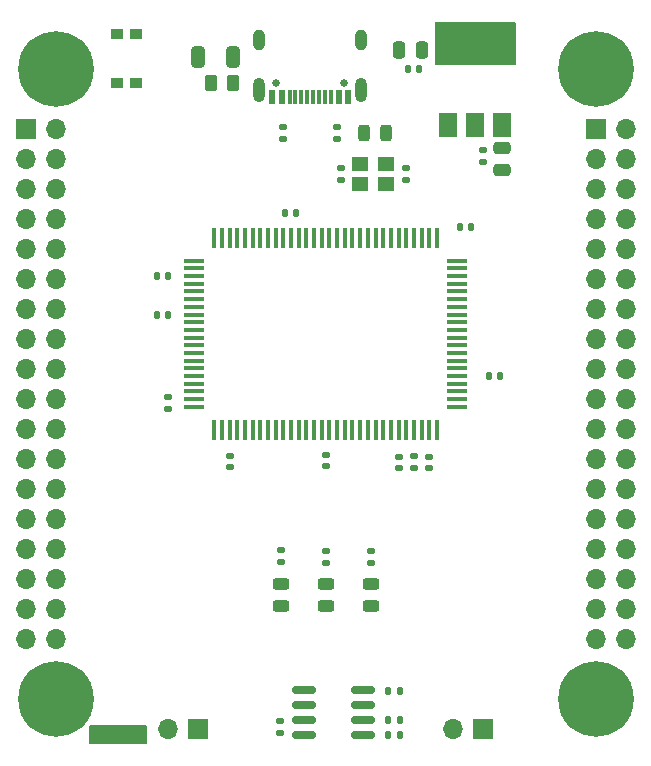
<source format=gbr>
%TF.GenerationSoftware,KiCad,Pcbnew,6.0.11-2627ca5db0~126~ubuntu20.04.1*%
%TF.CreationDate,2023-02-28T18:41:23+07:00*%
%TF.ProjectId,CY7C68013A-100,43593743-3638-4303-9133-412d3130302e,rev?*%
%TF.SameCoordinates,Original*%
%TF.FileFunction,Soldermask,Top*%
%TF.FilePolarity,Negative*%
%FSLAX46Y46*%
G04 Gerber Fmt 4.6, Leading zero omitted, Abs format (unit mm)*
G04 Created by KiCad (PCBNEW 6.0.11-2627ca5db0~126~ubuntu20.04.1) date 2023-02-28 18:41:23*
%MOMM*%
%LPD*%
G01*
G04 APERTURE LIST*
G04 Aperture macros list*
%AMRoundRect*
0 Rectangle with rounded corners*
0 $1 Rounding radius*
0 $2 $3 $4 $5 $6 $7 $8 $9 X,Y pos of 4 corners*
0 Add a 4 corners polygon primitive as box body*
4,1,4,$2,$3,$4,$5,$6,$7,$8,$9,$2,$3,0*
0 Add four circle primitives for the rounded corners*
1,1,$1+$1,$2,$3*
1,1,$1+$1,$4,$5*
1,1,$1+$1,$6,$7*
1,1,$1+$1,$8,$9*
0 Add four rect primitives between the rounded corners*
20,1,$1+$1,$2,$3,$4,$5,0*
20,1,$1+$1,$4,$5,$6,$7,0*
20,1,$1+$1,$6,$7,$8,$9,0*
20,1,$1+$1,$8,$9,$2,$3,0*%
G04 Aperture macros list end*
%ADD10RoundRect,0.243750X0.456250X-0.243750X0.456250X0.243750X-0.456250X0.243750X-0.456250X-0.243750X0*%
%ADD11R,1.700000X1.700000*%
%ADD12O,1.700000X1.700000*%
%ADD13RoundRect,0.135000X-0.185000X0.135000X-0.185000X-0.135000X0.185000X-0.135000X0.185000X0.135000X0*%
%ADD14C,0.800000*%
%ADD15C,6.400000*%
%ADD16RoundRect,0.135000X0.185000X-0.135000X0.185000X0.135000X-0.185000X0.135000X-0.185000X-0.135000X0*%
%ADD17R,1.500000X2.000000*%
%ADD18R,3.800000X2.000000*%
%ADD19RoundRect,0.140000X0.140000X0.170000X-0.140000X0.170000X-0.140000X-0.170000X0.140000X-0.170000X0*%
%ADD20R,1.000000X0.900000*%
%ADD21C,0.650000*%
%ADD22R,0.600000X1.240000*%
%ADD23R,0.300000X1.240000*%
%ADD24O,1.000000X2.100000*%
%ADD25O,1.000000X1.800000*%
%ADD26RoundRect,0.250000X-0.475000X0.250000X-0.475000X-0.250000X0.475000X-0.250000X0.475000X0.250000X0*%
%ADD27RoundRect,0.140000X-0.170000X0.140000X-0.170000X-0.140000X0.170000X-0.140000X0.170000X0.140000X0*%
%ADD28RoundRect,0.250000X0.325000X0.650000X-0.325000X0.650000X-0.325000X-0.650000X0.325000X-0.650000X0*%
%ADD29RoundRect,0.140000X-0.140000X-0.170000X0.140000X-0.170000X0.140000X0.170000X-0.140000X0.170000X0*%
%ADD30RoundRect,0.135000X0.135000X0.185000X-0.135000X0.185000X-0.135000X-0.185000X0.135000X-0.185000X0*%
%ADD31RoundRect,0.243750X0.243750X0.456250X-0.243750X0.456250X-0.243750X-0.456250X0.243750X-0.456250X0*%
%ADD32RoundRect,0.250000X0.250000X0.475000X-0.250000X0.475000X-0.250000X-0.475000X0.250000X-0.475000X0*%
%ADD33R,1.400000X1.200000*%
%ADD34RoundRect,0.150000X-0.825000X-0.150000X0.825000X-0.150000X0.825000X0.150000X-0.825000X0.150000X0*%
%ADD35RoundRect,0.250000X0.262500X0.450000X-0.262500X0.450000X-0.262500X-0.450000X0.262500X-0.450000X0*%
%ADD36RoundRect,0.100000X-0.100000X0.775000X-0.100000X-0.775000X0.100000X-0.775000X0.100000X0.775000X0*%
%ADD37RoundRect,0.100000X-0.775000X0.100000X-0.775000X-0.100000X0.775000X-0.100000X0.775000X0.100000X0*%
G04 APERTURE END LIST*
D10*
%TO.C,D3*%
X140106400Y-120596900D03*
X140106400Y-118721900D03*
%TD*%
D11*
%TO.C,J3*%
X149563932Y-131013200D03*
D12*
X147023932Y-131013200D03*
%TD*%
D13*
%TO.C,R1*%
X143720600Y-107920000D03*
X143720600Y-108940000D03*
%TD*%
D14*
%TO.C,H1*%
X110980600Y-128468200D03*
X115780600Y-128468200D03*
X115077656Y-130165256D03*
D15*
X113380600Y-128468200D03*
D14*
X111683544Y-130165256D03*
X113380600Y-130868200D03*
X113380600Y-126068200D03*
X115077656Y-126771144D03*
X111683544Y-126771144D03*
%TD*%
D16*
%TO.C,R9*%
X140106400Y-116918200D03*
X140106400Y-115898200D03*
%TD*%
%TO.C,R10*%
X132675000Y-81060000D03*
X132675000Y-80040000D03*
%TD*%
D10*
%TO.C,D1*%
X132435600Y-120596900D03*
X132435600Y-118721900D03*
%TD*%
D17*
%TO.C,U3*%
X146594800Y-79832600D03*
D18*
X148894800Y-73532600D03*
D17*
X148894800Y-79832600D03*
X151194800Y-79832600D03*
%TD*%
D19*
%TO.C,C17*%
X144170400Y-75158600D03*
X143210400Y-75158600D03*
%TD*%
D20*
%TO.C,SW1*%
X120154600Y-72194200D03*
X120154600Y-76294200D03*
X118554600Y-72194200D03*
X118554600Y-76294200D03*
%TD*%
D21*
%TO.C,J5*%
X132055600Y-76345000D03*
X137835600Y-76345000D03*
D22*
X138145600Y-77465000D03*
X137345600Y-77465000D03*
D23*
X136195600Y-77465000D03*
X135195600Y-77465000D03*
X134695600Y-77465000D03*
X133695600Y-77465000D03*
D22*
X132545600Y-77465000D03*
X131745600Y-77465000D03*
X131745600Y-77465000D03*
X132545600Y-77465000D03*
D23*
X133195600Y-77465000D03*
X134195600Y-77465000D03*
X135695600Y-77465000D03*
X136695600Y-77465000D03*
D22*
X137345600Y-77465000D03*
X138145600Y-77465000D03*
D24*
X130625600Y-76865000D03*
D25*
X130625600Y-72665000D03*
X139265600Y-72665000D03*
D24*
X139265600Y-76865000D03*
%TD*%
D16*
%TO.C,R7*%
X137200000Y-81035000D03*
X137200000Y-80015000D03*
%TD*%
D26*
%TO.C,C15*%
X151180800Y-81803200D03*
X151180800Y-83703200D03*
%TD*%
D27*
%TO.C,C6*%
X136245600Y-107797400D03*
X136245600Y-108757400D03*
%TD*%
D13*
%TO.C,R6*%
X132435600Y-115872800D03*
X132435600Y-116892800D03*
%TD*%
D19*
%TO.C,C11*%
X122936000Y-92656400D03*
X121976000Y-92656400D03*
%TD*%
D28*
%TO.C,C5*%
X128375000Y-74100000D03*
X125425000Y-74100000D03*
%TD*%
D29*
%TO.C,C12*%
X147602000Y-88516200D03*
X148562000Y-88516200D03*
%TD*%
D11*
%TO.C,J4*%
X125477266Y-131013200D03*
D12*
X122937266Y-131013200D03*
%TD*%
D27*
%TO.C,C10*%
X122936000Y-102920600D03*
X122936000Y-103880600D03*
%TD*%
%TO.C,C14*%
X128117600Y-107845600D03*
X128117600Y-108805600D03*
%TD*%
D30*
%TO.C,R2*%
X142559600Y-131545800D03*
X141539600Y-131545800D03*
%TD*%
D29*
%TO.C,C7*%
X150091200Y-101114600D03*
X151051200Y-101114600D03*
%TD*%
D27*
%TO.C,C13*%
X145020600Y-107950000D03*
X145020600Y-108910000D03*
%TD*%
D14*
%TO.C,H4*%
X157403544Y-126771144D03*
X161500600Y-128468200D03*
X159100600Y-126068200D03*
X157403544Y-130165256D03*
X156700600Y-128468200D03*
X160797656Y-126771144D03*
X159100600Y-130868200D03*
X160797656Y-130165256D03*
D15*
X159100600Y-128468200D03*
%TD*%
D27*
%TO.C,C2*%
X142420600Y-107952800D03*
X142420600Y-108912800D03*
%TD*%
D31*
%TO.C,F1*%
X141350000Y-80575000D03*
X139475000Y-80575000D03*
%TD*%
D32*
%TO.C,C18*%
X144383800Y-73533000D03*
X142483800Y-73533000D03*
%TD*%
D19*
%TO.C,C8*%
X122933400Y-95958400D03*
X121973400Y-95958400D03*
%TD*%
D27*
%TO.C,C16*%
X149529800Y-82016600D03*
X149529800Y-82976600D03*
%TD*%
D13*
%TO.C,R5*%
X132373600Y-130295800D03*
X132373600Y-131315800D03*
%TD*%
D33*
%TO.C,Y1*%
X141370600Y-83147800D03*
X139170600Y-83147800D03*
X139170600Y-84847800D03*
X141370600Y-84847800D03*
%TD*%
D19*
%TO.C,C9*%
X133779200Y-87347800D03*
X132819200Y-87347800D03*
%TD*%
D27*
%TO.C,C3*%
X137541000Y-83517800D03*
X137541000Y-84477800D03*
%TD*%
D14*
%TO.C,H2*%
X115077656Y-76825256D03*
X113380600Y-72728200D03*
X115077656Y-73431144D03*
D15*
X113380600Y-75128200D03*
D14*
X115780600Y-75128200D03*
X113380600Y-77528200D03*
X111683544Y-76825256D03*
X111683544Y-73431144D03*
X110980600Y-75128200D03*
%TD*%
D29*
%TO.C,C1*%
X141569600Y-127745800D03*
X142529600Y-127745800D03*
%TD*%
D30*
%TO.C,R3*%
X142559600Y-130270800D03*
X141539600Y-130270800D03*
%TD*%
D14*
%TO.C,H3*%
X157403544Y-76825256D03*
D15*
X159100600Y-75128200D03*
D14*
X160797656Y-76825256D03*
X159100600Y-77528200D03*
X156700600Y-75128200D03*
X161500600Y-75128200D03*
X157403544Y-73431144D03*
X160797656Y-73431144D03*
X159100600Y-72728200D03*
%TD*%
D11*
%TO.C,J1*%
X159100600Y-80208200D03*
D12*
X161640600Y-80208200D03*
X159100600Y-82748200D03*
X161640600Y-82748200D03*
X159100600Y-85288200D03*
X161640600Y-85288200D03*
X159100600Y-87828200D03*
X161640600Y-87828200D03*
X159100600Y-90368200D03*
X161640600Y-90368200D03*
X159100600Y-92908200D03*
X161640600Y-92908200D03*
X159100600Y-95448200D03*
X161640600Y-95448200D03*
X159100600Y-97988200D03*
X161640600Y-97988200D03*
X159100600Y-100528200D03*
X161640600Y-100528200D03*
X159100600Y-103068200D03*
X161640600Y-103068200D03*
X159100600Y-105608200D03*
X161640600Y-105608200D03*
X159100600Y-108148200D03*
X161640600Y-108148200D03*
X159100600Y-110688200D03*
X161640600Y-110688200D03*
X159100600Y-113228200D03*
X161640600Y-113228200D03*
X159100600Y-115768200D03*
X161640600Y-115768200D03*
X159100600Y-118308200D03*
X161640600Y-118308200D03*
X159100600Y-120848200D03*
X161640600Y-120848200D03*
X159100600Y-123388200D03*
X161640600Y-123388200D03*
%TD*%
D34*
%TO.C,U1*%
X134445200Y-127736600D03*
X134445200Y-129006600D03*
X134445200Y-130276600D03*
X134445200Y-131546600D03*
X139395200Y-131546600D03*
X139395200Y-130276600D03*
X139395200Y-129006600D03*
X139395200Y-127736600D03*
%TD*%
D10*
%TO.C,D2*%
X136271000Y-120596900D03*
X136271000Y-118721900D03*
%TD*%
D16*
%TO.C,R8*%
X136271000Y-116918200D03*
X136271000Y-115898200D03*
%TD*%
D35*
%TO.C,R4*%
X128373100Y-76335200D03*
X126548100Y-76335200D03*
%TD*%
D36*
%TO.C,U2*%
X145670600Y-89408200D03*
X145020600Y-89408200D03*
X144370600Y-89408200D03*
X143720600Y-89408200D03*
X143070600Y-89408200D03*
X142420600Y-89408200D03*
X141770600Y-89408200D03*
X141120600Y-89408200D03*
X140470600Y-89408200D03*
X139820600Y-89408200D03*
X139170600Y-89408200D03*
X138520600Y-89408200D03*
X137870600Y-89408200D03*
X137220600Y-89408200D03*
X136570600Y-89408200D03*
X135920600Y-89408200D03*
X135270600Y-89408200D03*
X134620600Y-89408200D03*
X133970600Y-89408200D03*
X133320600Y-89408200D03*
X132670600Y-89408200D03*
X132020600Y-89408200D03*
X131370600Y-89408200D03*
X130720600Y-89408200D03*
X130070600Y-89408200D03*
X129420600Y-89408200D03*
X128770600Y-89408200D03*
X128120600Y-89408200D03*
X127470600Y-89408200D03*
X126820600Y-89408200D03*
D37*
X125120600Y-91358200D03*
X125120600Y-92008200D03*
X125120600Y-92658200D03*
X125120600Y-93308200D03*
X125120600Y-93958200D03*
X125120600Y-94608200D03*
X125120600Y-95258200D03*
X125120600Y-95908200D03*
X125120600Y-96558200D03*
X125120600Y-97208200D03*
X125120600Y-97858200D03*
X125120600Y-98508200D03*
X125120600Y-99158200D03*
X125120600Y-99808200D03*
X125120600Y-100458200D03*
X125120600Y-101108200D03*
X125120600Y-101758200D03*
X125120600Y-102408200D03*
X125120600Y-103058200D03*
X125120600Y-103708200D03*
D36*
X126820600Y-105658200D03*
X127470600Y-105658200D03*
X128120600Y-105658200D03*
X128770600Y-105658200D03*
X129420600Y-105658200D03*
X130070600Y-105658200D03*
X130720600Y-105658200D03*
X131370600Y-105658200D03*
X132020600Y-105658200D03*
X132670600Y-105658200D03*
X133320600Y-105658200D03*
X133970600Y-105658200D03*
X134620600Y-105658200D03*
X135270600Y-105658200D03*
X135920600Y-105658200D03*
X136570600Y-105658200D03*
X137220600Y-105658200D03*
X137870600Y-105658200D03*
X138520600Y-105658200D03*
X139170600Y-105658200D03*
X139820600Y-105658200D03*
X140470600Y-105658200D03*
X141120600Y-105658200D03*
X141770600Y-105658200D03*
X142420600Y-105658200D03*
X143070600Y-105658200D03*
X143720600Y-105658200D03*
X144370600Y-105658200D03*
X145020600Y-105658200D03*
X145670600Y-105658200D03*
D37*
X147370600Y-103708200D03*
X147370600Y-103058200D03*
X147370600Y-102408200D03*
X147370600Y-101758200D03*
X147370600Y-101108200D03*
X147370600Y-100458200D03*
X147370600Y-99808200D03*
X147370600Y-99158200D03*
X147370600Y-98508200D03*
X147370600Y-97858200D03*
X147370600Y-97208200D03*
X147370600Y-96558200D03*
X147370600Y-95908200D03*
X147370600Y-95258200D03*
X147370600Y-94608200D03*
X147370600Y-93958200D03*
X147370600Y-93308200D03*
X147370600Y-92658200D03*
X147370600Y-92008200D03*
X147370600Y-91358200D03*
%TD*%
D11*
%TO.C,J2*%
X110840600Y-80208200D03*
D12*
X113380600Y-80208200D03*
X110840600Y-82748200D03*
X113380600Y-82748200D03*
X110840600Y-85288200D03*
X113380600Y-85288200D03*
X110840600Y-87828200D03*
X113380600Y-87828200D03*
X110840600Y-90368200D03*
X113380600Y-90368200D03*
X110840600Y-92908200D03*
X113380600Y-92908200D03*
X110840600Y-95448200D03*
X113380600Y-95448200D03*
X110840600Y-97988200D03*
X113380600Y-97988200D03*
X110840600Y-100528200D03*
X113380600Y-100528200D03*
X110840600Y-103068200D03*
X113380600Y-103068200D03*
X110840600Y-105608200D03*
X113380600Y-105608200D03*
X110840600Y-108148200D03*
X113380600Y-108148200D03*
X110840600Y-110688200D03*
X113380600Y-110688200D03*
X110840600Y-113228200D03*
X113380600Y-113228200D03*
X110840600Y-115768200D03*
X113380600Y-115768200D03*
X110840600Y-118308200D03*
X113380600Y-118308200D03*
X110840600Y-120848200D03*
X113380600Y-120848200D03*
X110840600Y-123388200D03*
X113380600Y-123388200D03*
%TD*%
D27*
%TO.C,C4*%
X143052800Y-83517800D03*
X143052800Y-84477800D03*
%TD*%
G36*
X152316721Y-71140002D02*
G01*
X152363214Y-71193658D01*
X152374600Y-71246000D01*
X152374600Y-74677000D01*
X152354598Y-74745121D01*
X152300942Y-74791614D01*
X152248600Y-74803000D01*
X145591800Y-74803000D01*
X145523679Y-74782998D01*
X145477186Y-74729342D01*
X145465800Y-74677000D01*
X145465800Y-71246000D01*
X145485802Y-71177879D01*
X145539458Y-71131386D01*
X145591800Y-71120000D01*
X152248600Y-71120000D01*
X152316721Y-71140002D01*
G37*
G36*
X121074721Y-130703002D02*
G01*
X121121214Y-130756658D01*
X121132600Y-130809000D01*
X121132600Y-132182600D01*
X121112598Y-132250721D01*
X121058942Y-132297214D01*
X121006600Y-132308600D01*
X116331000Y-132308600D01*
X116262879Y-132288598D01*
X116216386Y-132234942D01*
X116205000Y-132182600D01*
X116205000Y-130809000D01*
X116225002Y-130740879D01*
X116278658Y-130694386D01*
X116331000Y-130683000D01*
X121006600Y-130683000D01*
X121074721Y-130703002D01*
G37*
M02*

</source>
